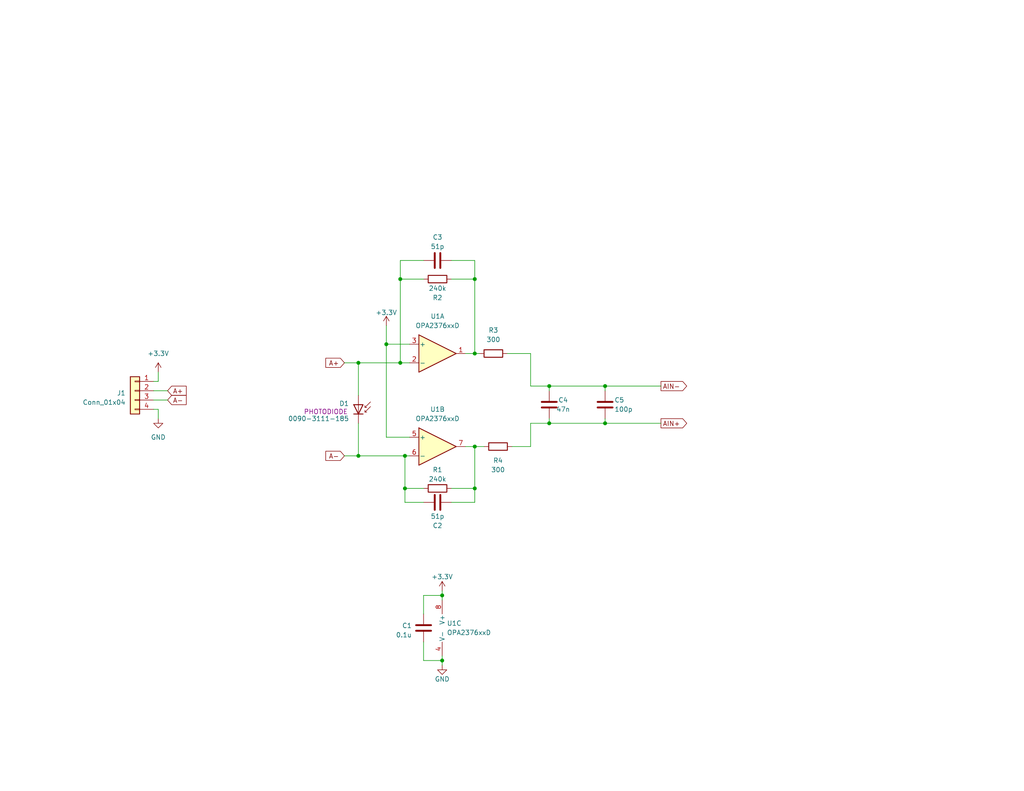
<source format=kicad_sch>
(kicad_sch (version 20250114) (generator "eeschema") (generator_version "9.0")
  (paper "A")
  (title_block (title "Development Board") (date "2025-03-03") (rev "2.3.1A") (company "Plastic Scanner"))
  (lib_symbols
    (symbol "Amplifier_Operational:OPA2376xxD" (pin_names (offset 0.127))
      (property "Reference" "U" (at 0 5.08 0))
      (property "Value" "OPA2376xxD" (at 0 -5.08 0))
      (symbol "OPA2376xxD_1_1"
        (polyline (pts (xy -5.08 5.08) (xy 5.08 0) (xy -5.08 -5.08) (xy -5.08 5.08)) (stroke (width 0.254)) (fill (type background)))
        (pin input line (at -7.62 2.54 0) (length 2.54) (name "+") (number "3"))
        (pin input line (at -7.62 -2.54 0) (length 2.54) (name "-") (number "2"))
        (pin output line (at 7.62 0 180) (length 2.54) (name "~") (number "1"))
      )
      (symbol "OPA2376xxD_2_1"
        (polyline (pts (xy -5.08 5.08) (xy 5.08 0) (xy -5.08 -5.08) (xy -5.08 5.08)) (stroke (width 0.254)) (fill (type background)))
        (pin input line (at -7.62 2.54 0) (length 2.54) (name "+") (number "5"))
        (pin input line (at -7.62 -2.54 0) (length 2.54) (name "-") (number "6"))
        (pin output line (at 7.62 0 180) (length 2.54) (name "~") (number "7"))
      )
      (symbol "OPA2376xxD_3_1"
        (pin power_in line (at -2.54 7.62 270) (length 3.81) (name "V+") (number "8"))
        (pin power_in line (at -2.54 -7.62 90) (length 3.81) (name "V-") (number "4"))
      )
    )
    (symbol "Connector_Generic:Conn_01x04" (pin_names (offset 1.016) (hide yes))
      (property "Reference" "J" (at 0 5.08 0))
      (property "Value" "Conn_01x04" (at 0 -7.62 0))
      (symbol "Conn_01x04_1_1"
        (rectangle (start -1.27 3.81) (end 1.27 -6.35) (stroke (width 0.254)) (fill (type background)))
        (rectangle (start -1.27 2.667) (end 0 2.413) (stroke (width 0.1524)))
        (rectangle (start -1.27 0.127) (end 0 -0.127) (stroke (width 0.1524)))
        (rectangle (start -1.27 -2.413) (end 0 -2.667) (stroke (width 0.1524)))
        (rectangle (start -1.27 -4.953) (end 0 -5.207) (stroke (width 0.1524)))
        (pin passive line (at -5.08 2.54 0) (length 3.81) (name "Pin_1") (number "1"))
        (pin passive line (at -5.08 0 0) (length 3.81) (name "Pin_2") (number "2"))
        (pin passive line (at -5.08 -2.54 0) (length 3.81) (name "Pin_3") (number "3"))
        (pin passive line (at -5.08 -5.08 0) (length 3.81) (name "Pin_4") (number "4"))
      )
    )
    (symbol "Device:C" (pin_numbers (hide yes)) (pin_names (offset 0.254))
      (property "Reference" "C" (at 0.635 2.54 0))
      (property "Value" "C" (at 0.635 -2.54 0))
      (symbol "C_0_1"
        (polyline (pts (xy -2.032 0.762) (xy 2.032 0.762)) (stroke (width 0.508)))
        (polyline (pts (xy -2.032 -0.762) (xy 2.032 -0.762)) (stroke (width 0.508)))
      )
      (symbol "C_1_1"
        (pin passive line (at 0 3.81 270) (length 2.794) (name "~") (number "1"))
        (pin passive line (at 0 -3.81 90) (length 2.794) (name "~") (number "2"))
      )
    )
    (symbol "Device:D_Photo" (pin_numbers (hide yes)) (pin_names (hide yes))
      (property "Reference" "D" (at 0.508 1.778 0))
      (property "Value" "D_Photo" (at -1.016 -2.794 0))
      (symbol "D_Photo_0_1"
        (polyline (pts (xy -2.54 1.27) (xy -2.54 -1.27)) (stroke (width 0.254)))
        (polyline (pts (xy -2.032 1.778) (xy -1.524 1.778)))
        (polyline (pts (xy -0.508 3.302) (xy -2.032 1.778) (xy -2.032 2.286)))
        (polyline (pts (xy 0 0) (xy -2.54 0)))
        (polyline (pts (xy 0 -1.27) (xy 0 1.27) (xy -2.54 0) (xy 0 -1.27)) (stroke (width 0.254)))
        (polyline (pts (xy 0.762 3.302) (xy -0.762 1.778) (xy -0.762 2.286) (xy -0.762 1.778) (xy -0.254 1.778)))
      )
      (symbol "D_Photo_1_1"
        (pin passive line (at -5.08 0 0) (length 2.54) (name "K") (number "1"))
        (pin passive line (at 2.54 0 180) (length 2.54) (name "A") (number "2"))
      )
    )
    (symbol "Device:R" (pin_numbers (hide yes)) (pin_names (offset 0))
      (property "Reference" "R" (at 2.032 0 90))
      (property "Value" "R" (at 0 0 90))
      (symbol "R_0_1"
        (rectangle (start -1.016 -2.54) (end 1.016 2.54) (stroke (width 0.254)))
      )
      (symbol "R_1_1"
        (pin passive line (at 0 3.81 270) (length 1.27) (name "~") (number "1"))
        (pin passive line (at 0 -3.81 90) (length 1.27) (name "~") (number "2"))
      )
    )
    (symbol "power:+3.3V" (power) (pin_numbers (hide yes)) (pin_names (offset 0) (hide yes))
      (property "Value" "+3.3V" (at 0 3.556 0))
      (symbol "+3.3V_0_1"
        (polyline (pts (xy -0.762 1.27) (xy 0 2.54)))
        (polyline (pts (xy 0 2.54) (xy 0.762 1.27)))
        (polyline (pts (xy 0 0) (xy 0 2.54)))
      )
      (symbol "+3.3V_1_1"
        (pin power_in line (at 0 0 90) (length 0) (name "~") (number "1"))
      )
    )
    (symbol "power:GND" (power) (pin_numbers (hide yes)) (pin_names (offset 0) (hide yes))
      (property "Value" "GND" (at 0 -3.81 0))
      (symbol "GND_0_1"
        (polyline (pts (xy 0 0) (xy 0 -1.27) (xy 1.27 -1.27) (xy 0 -2.54) (xy -1.27 -1.27) (xy 0 -1.27)))
      )
      (symbol "GND_1_1"
        (pin power_in line (at 0 0 270) (length 0) (name "~") (number "1"))
      )
    )
  )
  (junction (at 120.65 180.34))
  (junction (at 97.79 99.06))
  (junction (at 165.1 105.41))
  (junction (at 149.86 105.41))
  (junction (at 97.79 124.46))
  (junction (at 109.22 99.06))
  (junction (at 129.54 96.52))
  (junction (at 110.49 124.46))
  (junction (at 105.41 93.98))
  (junction (at 129.54 133.35))
  (junction (at 129.54 76.2))
  (junction (at 165.1 115.57))
  (junction (at 120.65 162.56))
  (junction (at 110.49 133.35))
  (junction (at 109.22 76.2))
  (junction (at 129.54 121.92))
  (junction (at 149.86 115.57))
  (wire (pts (xy 111.76 93.98) (xy 105.41 93.98)))
  (wire (pts (xy 129.54 121.92) (xy 129.54 133.35)))
  (wire (pts (xy 97.79 124.46) (xy 97.79 115.57)))
  (wire (pts (xy 105.41 119.38) (xy 105.41 93.98)))
  (wire (pts (xy 129.54 71.12) (xy 129.54 76.2)))
  (wire (pts (xy 129.54 137.16) (xy 129.54 133.35)))
  (wire (pts (xy 149.86 105.41) (xy 165.1 105.41)))
  (wire (pts (xy 115.57 162.56) (xy 120.65 162.56)))
  (wire (pts (xy 120.65 162.56) (xy 120.65 163.83)))
  (wire (pts (xy 127 121.92) (xy 129.54 121.92)))
  (wire (pts (xy 109.22 71.12) (xy 109.22 76.2)))
  (wire (pts (xy 129.54 96.52) (xy 130.81 96.52)))
  (wire (pts (xy 110.49 133.35) (xy 110.49 124.46)))
  (wire (pts (xy 109.22 76.2) (xy 115.57 76.2)))
  (wire (pts (xy 110.49 124.46) (xy 97.79 124.46)))
  (wire (pts (xy 41.91 106.68) (xy 45.72 106.68)))
  (wire (pts (xy 165.1 114.3) (xy 165.1 115.57)))
  (wire (pts (xy 115.57 71.12) (xy 109.22 71.12)))
  (wire (pts (xy 115.57 180.34) (xy 120.65 180.34)))
  (wire (pts (xy 115.57 137.16) (xy 110.49 137.16)))
  (wire (pts (xy 149.86 105.41) (xy 149.86 106.68)))
  (wire (pts (xy 120.65 180.34) (xy 120.65 179.07)))
  (wire (pts (xy 41.91 111.76) (xy 43.18 111.76)))
  (wire (pts (xy 97.79 99.06) (xy 97.79 107.95)))
  (wire (pts (xy 165.1 115.57) (xy 180.34 115.57)))
  (wire (pts (xy 110.49 137.16) (xy 110.49 133.35)))
  (wire (pts (xy 165.1 105.41) (xy 165.1 106.68)))
  (wire (pts (xy 43.18 111.76) (xy 43.18 114.3)))
  (wire (pts (xy 109.22 99.06) (xy 97.79 99.06)))
  (wire (pts (xy 109.22 99.06) (xy 109.22 76.2)))
  (wire (pts (xy 129.54 121.92) (xy 132.08 121.92)))
  (wire (pts (xy 127 96.52) (xy 129.54 96.52)))
  (wire (pts (xy 144.78 121.92) (xy 144.78 115.57)))
  (wire (pts (xy 105.41 93.98) (xy 105.41 88.9)))
  (wire (pts (xy 93.98 99.06) (xy 97.79 99.06)))
  (wire (pts (xy 111.76 119.38) (xy 105.41 119.38)))
  (wire (pts (xy 165.1 105.41) (xy 180.34 105.41)))
  (wire (pts (xy 129.54 133.35) (xy 123.19 133.35)))
  (wire (pts (xy 115.57 175.26) (xy 115.57 180.34)))
  (wire (pts (xy 93.98 124.46) (xy 97.79 124.46)))
  (wire (pts (xy 149.86 115.57) (xy 165.1 115.57)))
  (wire (pts (xy 129.54 96.52) (xy 129.54 76.2)))
  (wire (pts (xy 41.91 104.14) (xy 43.18 104.14)))
  (wire (pts (xy 139.7 121.92) (xy 144.78 121.92)))
  (wire (pts (xy 123.19 71.12) (xy 129.54 71.12)))
  (wire (pts (xy 120.65 161.29) (xy 120.65 162.56)))
  (wire (pts (xy 144.78 115.57) (xy 149.86 115.57)))
  (wire (pts (xy 123.19 137.16) (xy 129.54 137.16)))
  (wire (pts (xy 111.76 99.06) (xy 109.22 99.06)))
  (wire (pts (xy 115.57 133.35) (xy 110.49 133.35)))
  (wire (pts (xy 138.43 96.52) (xy 144.78 96.52)))
  (wire (pts (xy 115.57 167.64) (xy 115.57 162.56)))
  (wire (pts (xy 144.78 96.52) (xy 144.78 105.41)))
  (wire (pts (xy 129.54 76.2) (xy 123.19 76.2)))
  (wire (pts (xy 149.86 114.3) (xy 149.86 115.57)))
  (wire (pts (xy 111.76 124.46) (xy 110.49 124.46)))
  (wire (pts (xy 43.18 104.14) (xy 43.18 101.6)))
  (wire (pts (xy 120.65 181.61) (xy 120.65 180.34)))
  (wire (pts (xy 45.72 109.22) (xy 41.91 109.22)))
  (wire (pts (xy 144.78 105.41) (xy 149.86 105.41)))
  (global_label "AIN-" (shape output) (at 180.34 105.41 0) (property "Intersheetrefs" "${INTERSHEET_REFS}" (effects (hide yes))))
  (global_label "A+" (shape input) (at 93.98 99.06 180) (property "Intersheetrefs" "${INTERSHEET_REFS}" (effects (hide yes))))
  (global_label "A-" (shape input) (at 45.72 109.22 0) (property "Intersheetrefs" "${INTERSHEET_REFS}" (effects (hide yes))))
  (global_label "A-" (shape input) (at 93.98 124.46 180) (property "Intersheetrefs" "${INTERSHEET_REFS}" (effects (hide yes))))
  (global_label "A+" (shape input) (at 45.72 106.68 0) (property "Intersheetrefs" "${INTERSHEET_REFS}" (effects (hide yes))))
  (global_label "AIN+" (shape output) (at 180.34 115.57 0) (property "Intersheetrefs" "${INTERSHEET_REFS}" (effects (hide yes))))
  (symbol (lib_id "power:GND") (at 43.18 114.3 0) (unit 1)
    (property "Reference" "#PWR16" (effects (hide yes)))
    (property "Value" "GND" (at 43.18 119.38 0))
    (property "Description" "Power symbol creates a global label with name \"GND\" , ground" (effects (hide yes)))
  )
  (symbol (lib_id "Device:R") (at 119.38 133.35 270) (unit 1)
    (property "Reference" "R1" (at 119.38 128.27 90))
    (property "Value" "240k" (at 119.38 130.81 90))
    (property "Footprint" "Resistor_SMD:R_0805_2012Metric_Pad1.20x1.40mm_HandSolder" (effects (hide yes)))
  )
  (symbol (lib_id "Device:R") (at 134.62 96.52 90) (unit 1)
    (property "Reference" "R3" (at 134.62 90.17 90))
    (property "Value" "300" (at 134.62 92.71 90))
    (property "Footprint" "Resistor_SMD:R_0805_2012Metric_Pad1.20x1.40mm_HandSolder" (effects (hide yes)))
  )
  (symbol (lib_id "Device:R") (at 119.38 76.2 90) (mirror x) (unit 1)
    (property "Reference" "R2" (at 119.38 81.28 90))
    (property "Value" "240k" (at 119.38 78.74 90))
    (property "Footprint" "Resistor_SMD:R_0805_2012Metric_Pad1.20x1.40mm_HandSolder" (effects (hide yes)))
  )
  (symbol (lib_id "Device:C") (at 165.1 110.49 0) (unit 1)
    (property "Reference" "C5" (at 167.64 109.22 0) (effects (justify left)))
    (property "Value" "100p" (at 167.64 111.76 0) (effects (justify left)))
    (property "Footprint" "Capacitor_SMD:C_0805_2012Metric_Pad1.18x1.45mm_HandSolder" (effects (hide yes)))
  )
  (symbol (lib_id "power:GND") (at 120.65 181.61 0) (unit 1)
    (property "Reference" "#PWR032" (effects (hide yes)))
    (property "Value" "GND" (at 120.65 185.42 0))
    (property "Description" "Power symbol creates a global label with name \"GND\" , ground" (effects (hide yes)))
  )
  (symbol (lib_id "power:+3.3V") (at 105.41 88.9 0) (unit 1)
    (property "Reference" "#PWR03" (effects (hide yes)))
    (property "Value" "+3.3V" (at 105.41 85.344 0))
    (property "Description" "Power symbol creates a global label with name \"+3.3V\"" (effects (hide yes)))
  )
  (symbol (lib_id "power:+3.3V") (at 120.65 161.29 0) (unit 1)
    (property "Reference" "#PWR033" (effects (hide yes)))
    (property "Value" "+3.3V" (at 120.65 157.48 0))
    (property "Description" "Power symbol creates a global label with name \"+3.3V\"" (effects (hide yes)))
  )
  (symbol (lib_id "Amplifier_Operational:OPA2376xxD") (at 119.38 96.52 0) (unit 1)
    (property "Reference" "U1" (at 119.38 86.36 0))
    (property "Value" "OPA2376xxD" (at 119.38 88.9 0))
    (property "Footprint" "OPA2376AID:SOIC127P599X175-8N" (effects (hide yes)))
    (property "Datasheet" "http://www.ti.com/lit/ds/symlink/opa376.pdf" (effects (hide yes)))
    (property "Description" "Dual Low-Noise, Low Quiescent Current, Precision Operational Amplifier e-trim Series, SOIC-8" (effects (hide yes)))
  )
  (symbol (lib_id "Device:C") (at 119.38 137.16 90) (unit 1)
    (property "Reference" "C2" (at 119.38 143.51 90))
    (property "Value" "51p" (at 119.38 140.97 90))
    (property "Footprint" "Capacitor_SMD:C_0805_2012Metric_Pad1.18x1.45mm_HandSolder" (effects (hide yes)))
  )
  (symbol (lib_id "Amplifier_Operational:OPA2376xxD") (at 119.38 121.92 0) (unit 2)
    (property "Reference" "U1" (at 119.38 111.76 0))
    (property "Value" "OPA2376xxD" (at 119.38 114.3 0))
    (property "Footprint" "OPA2376AID:SOIC127P599X175-8N" (effects (hide yes)))
    (property "Datasheet" "http://www.ti.com/lit/ds/symlink/opa376.pdf" (effects (hide yes)))
    (property "Description" "Dual Low-Noise, Low Quiescent Current, Precision Operational Amplifier e-trim Series, SOIC-8" (effects (hide yes)))
  )
  (symbol (lib_id "Device:C") (at 119.38 71.12 90) (unit 1)
    (property "Reference" "C3" (at 119.38 64.77 90))
    (property "Value" "51p" (at 119.38 67.31 90))
    (property "Footprint" "Capacitor_SMD:C_0805_2012Metric_Pad1.18x1.45mm_HandSolder" (effects (hide yes)))
  )
  (symbol (lib_id "Amplifier_Operational:OPA2376xxD") (at 123.19 171.45 0) (unit 3)
    (property "Reference" "U1" (at 121.92 170.1799 0) (effects (justify left)))
    (property "Value" "OPA2376xxD" (at 121.92 172.7199 0) (effects (justify left)))
    (property "Footprint" "OPA2376AID:SOIC127P599X175-8N" (effects (hide yes)))
    (property "Datasheet" "http://www.ti.com/lit/ds/symlink/opa376.pdf" (effects (hide yes)))
    (property "Description" "Dual Low-Noise, Low Quiescent Current, Precision Operational Amplifier e-trim Series, SOIC-8" (effects (hide yes)))
  )
  (symbol (lib_id "Device:C") (at 149.86 110.49 180) (unit 1)
    (property "Reference" "C4" (at 153.67 109.22 0))
    (property "Value" "47n" (at 153.67 111.76 0))
    (property "Footprint" "Capacitor_SMD:C_0805_2012Metric_Pad1.18x1.45mm_HandSolder" (effects (hide yes)))
  )
  (symbol (lib_id "power:+3.3V") (at 43.18 101.6 0) (unit 1)
    (property "Reference" "#PWR18" (effects (hide yes)))
    (property "Value" "+3.3V" (at 43.18 96.52 0))
    (property "Description" "Power symbol creates a global label with name \"+3.3V\"" (effects (hide yes)))
  )
  (symbol (lib_id "Device:R") (at 135.89 121.92 90) (unit 1)
    (property "Reference" "R4" (at 135.89 125.73 90))
    (property "Value" "300" (at 135.89 128.27 90))
    (property "Footprint" "Resistor_SMD:R_0805_2012Metric_Pad1.20x1.40mm_HandSolder" (effects (hide yes)))
  )
  (symbol (lib_id "Connector_Generic:Conn_01x04") (at 36.83 106.68 0) (mirror y) (unit 1)
    (property "Reference" "J1" (at 34.29 107.315 0) (effects (justify left)))
    (property "Value" "Conn_01x04" (at 34.29 109.855 0) (effects (justify left)))
    (property "Footprint" "Connector_PinSocket_2.54mm:PinSocket_1x04_P2.54mm_Vertical" (effects (hide yes)))
  )
  (symbol (lib_id "Device:D_Photo") (at 97.79 110.49 270) (mirror x) (unit 1)
    (property "Reference" "D1" (at 95.25 110.1724 90) (effects (justify right)))
    (property "Value" "0090-3111-185" (at 95.25 114.3 90) (effects (justify right)))
    (property "Footprint" "Diode_SMD:D_1206_3216Metric_Pad1.42x1.75mm_HandSolder" (effects (hide yes)))
    (property "Humanlabel" "PHOTODIODE" (at 88.9 112.395 90))
  )
  (symbol (lib_id "Device:C") (at 115.57 171.45 0) (mirror x) (unit 1)
    (property "Reference" "C1" (at 112.395 170.815 0) (effects (justify right)))
    (property "Value" "0.1u" (at 112.395 173.355 0) (effects (justify right)))
    (property "Footprint" "Capacitor_SMD:C_0805_2012Metric_Pad1.18x1.45mm_HandSolder" (effects (hide yes)))
  )
)
</source>
